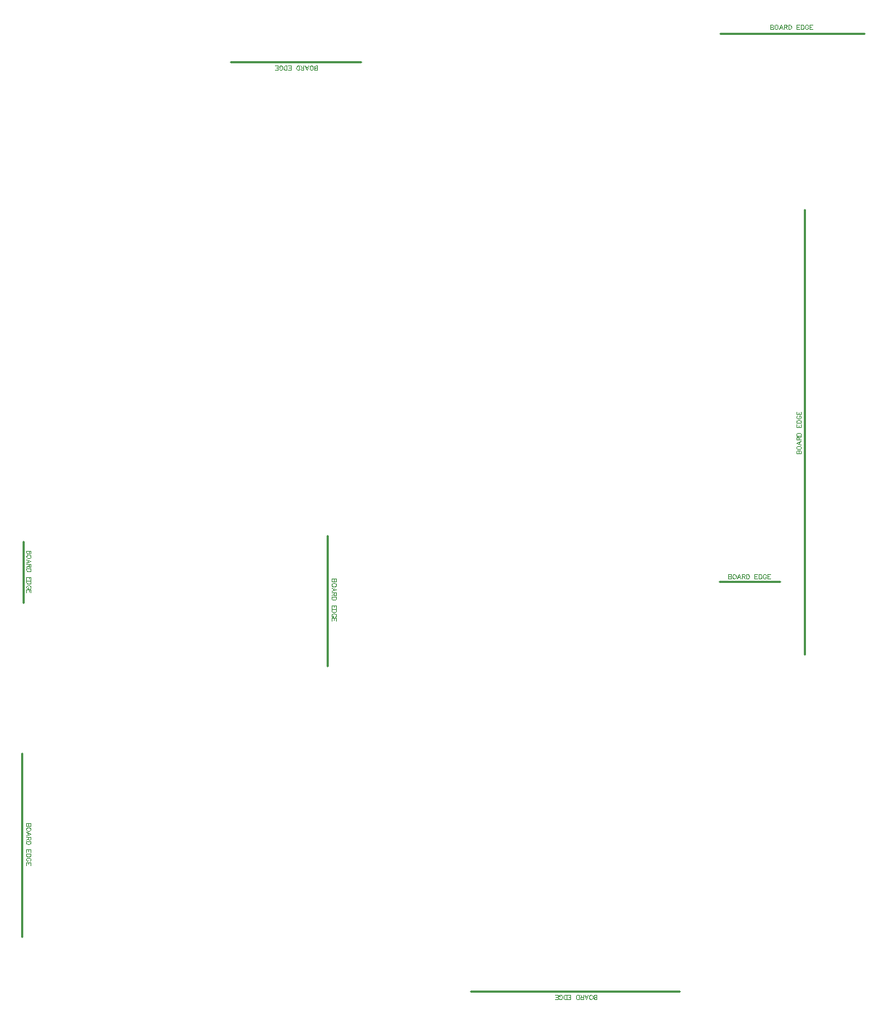
<source format=gbr>
G04 DipTrace 3.0.0.2*
G04 TopAssy.gbr*
%MOMM*%
G04 #@! TF.FileFunction,Drawing,Top*
G04 #@! TF.Part,Single*
%ADD10C,0.25*%
%ADD61C,0.07843*%
%FSLAX35Y35*%
G04*
G71*
G90*
G75*
G01*
G04 TopAssy*
%LPD*%
X10756750Y2793908D2*
D10*
X8324750D1*
X7046373Y13603108D2*
X5526373D1*
X3104615Y5556833D2*
Y3428833D1*
X12214508Y6713467D2*
Y11881467D1*
X6660615Y8094167D2*
Y6574167D1*
X3120506Y8020367D2*
Y7312367D1*
X11228877Y13935558D2*
X12900877D1*
X11218750Y7554973D2*
X11926750D1*
X9793404Y2696630D2*
D61*
Y2747674D1*
X9771504D1*
X9764204Y2745203D1*
X9761790Y2742789D1*
X9759375Y2737959D1*
Y2730659D1*
X9761790Y2725774D1*
X9764204Y2723359D1*
X9771504Y2720945D1*
X9764204Y2718474D1*
X9761790Y2716059D1*
X9759375Y2711230D1*
Y2706345D1*
X9761790Y2701516D1*
X9764204Y2699045D1*
X9771504Y2696630D1*
X9793404D1*
Y2720945D2*
X9771504D1*
X9729089Y2696630D2*
X9733974Y2699045D1*
X9738803Y2703930D1*
X9741274Y2708759D1*
X9743689Y2716059D1*
Y2728245D1*
X9741274Y2735489D1*
X9738803Y2740374D1*
X9733974Y2745203D1*
X9729089Y2747674D1*
X9719374D1*
X9714545Y2745203D1*
X9709660Y2740374D1*
X9707245Y2735489D1*
X9704830Y2728245D1*
Y2716059D1*
X9707245Y2708759D1*
X9709660Y2703930D1*
X9714545Y2699045D1*
X9719374Y2696630D1*
X9729089D1*
X9650230Y2747674D2*
X9669715Y2696630D1*
X9689144Y2747674D1*
X9681844Y2730659D2*
X9657530D1*
X9634543Y2720945D2*
X9612699D1*
X9605399Y2718474D1*
X9602929Y2716059D1*
X9600514Y2711230D1*
Y2706345D1*
X9602929Y2701516D1*
X9605399Y2699045D1*
X9612699Y2696630D1*
X9634543D1*
Y2747674D1*
X9617529Y2720945D2*
X9600514Y2747674D1*
X9584828Y2696630D2*
Y2747674D1*
X9567813D1*
X9560513Y2745203D1*
X9555628Y2740374D1*
X9553213Y2735489D1*
X9550799Y2728245D1*
Y2716059D1*
X9553213Y2708759D1*
X9555628Y2703930D1*
X9560513Y2699045D1*
X9567813Y2696630D1*
X9584828D1*
X9454175D2*
X9485734D1*
Y2747674D1*
X9454175D1*
X9485734Y2720945D2*
X9466304D1*
X9438489Y2696630D2*
Y2747674D1*
X9421474D1*
X9414174Y2745203D1*
X9409289Y2740374D1*
X9406874Y2735489D1*
X9404460Y2728245D1*
Y2716059D1*
X9406874Y2708759D1*
X9409289Y2703930D1*
X9414174Y2699045D1*
X9421474Y2696630D1*
X9438489D1*
X9352330Y2708759D2*
X9354744Y2703930D1*
X9359630Y2699045D1*
X9364459Y2696630D1*
X9374173D1*
X9379059Y2699045D1*
X9383888Y2703930D1*
X9386359Y2708759D1*
X9388773Y2716059D1*
Y2728245D1*
X9386359Y2735489D1*
X9383888Y2740374D1*
X9379059Y2745203D1*
X9374173Y2747674D1*
X9364459D1*
X9359630Y2745203D1*
X9354744Y2740374D1*
X9352330Y2735489D1*
Y2728245D1*
X9364459D1*
X9305085Y2696630D2*
X9336643D1*
Y2747674D1*
X9305085D1*
X9336643Y2720945D2*
X9317214D1*
X6539027Y13505830D2*
Y13556874D1*
X6517128D1*
X6509828Y13554403D1*
X6507413Y13551989D1*
X6504998Y13547159D1*
Y13539859D1*
X6507413Y13534974D1*
X6509828Y13532559D1*
X6517127Y13530145D1*
X6509828Y13527674D1*
X6507413Y13525259D1*
X6504998Y13520430D1*
Y13515545D1*
X6507413Y13510716D1*
X6509827Y13508245D1*
X6517127Y13505830D1*
X6539027D1*
Y13530145D2*
X6517127D1*
X6474712Y13505830D2*
X6479597Y13508245D1*
X6484427Y13513130D1*
X6486897Y13517959D1*
X6489312Y13525259D1*
Y13537445D1*
X6486898Y13544689D1*
X6484427Y13549574D1*
X6479598Y13554403D1*
X6474712Y13556874D1*
X6464998D1*
X6460168Y13554403D1*
X6455283Y13549574D1*
X6452868Y13544689D1*
X6450454Y13537445D1*
Y13525259D1*
X6452868Y13517959D1*
X6455283Y13513130D1*
X6460168Y13508245D1*
X6464997Y13505830D1*
X6474712D1*
X6395853Y13556874D2*
X6415338Y13505830D1*
X6434768Y13556874D1*
X6427467Y13539859D2*
X6403153D1*
X6380167Y13530145D2*
X6358323D1*
X6351023Y13527674D1*
X6348552Y13525259D1*
X6346137Y13520430D1*
Y13515545D1*
X6348552Y13510716D1*
X6351023Y13508245D1*
X6358323Y13505830D1*
X6380167D1*
Y13556874D1*
X6363152Y13530145D2*
X6346137Y13556874D1*
X6330451Y13505830D2*
Y13556874D1*
X6313437D1*
X6306137Y13554403D1*
X6301251Y13549574D1*
X6298837Y13544689D1*
X6296422Y13537445D1*
Y13525259D1*
X6298836Y13517959D1*
X6301251Y13513130D1*
X6306136Y13508245D1*
X6313436Y13505830D1*
X6330451D1*
X6199799D2*
X6231357D1*
Y13556874D1*
X6199799D1*
X6231357Y13530145D2*
X6211928D1*
X6184112Y13505830D2*
Y13556874D1*
X6167098D1*
X6159798Y13554403D1*
X6154912Y13549574D1*
X6152498Y13544689D1*
X6150083Y13537445D1*
Y13525259D1*
X6152498Y13517959D1*
X6154912Y13513130D1*
X6159798Y13508245D1*
X6167098Y13505830D1*
X6184112D1*
X6097953Y13517959D2*
X6100368Y13513130D1*
X6105253Y13508245D1*
X6110082Y13505830D1*
X6119797D1*
X6124682Y13508245D1*
X6129511Y13513130D1*
X6131982Y13517959D1*
X6134397Y13525259D1*
Y13537445D1*
X6131982Y13544689D1*
X6129511Y13549574D1*
X6124682Y13554403D1*
X6119797Y13556874D1*
X6110082D1*
X6105253Y13554403D1*
X6100368Y13549574D1*
X6097953Y13544689D1*
Y13537445D1*
X6110082D1*
X6050708Y13505830D2*
X6082267D1*
Y13556874D1*
X6050708D1*
X6082267Y13530145D2*
X6062837D1*
X3201893Y4745335D2*
X3150849D1*
Y4723436D1*
X3153320Y4716136D1*
X3155735Y4713721D1*
X3160564Y4711306D1*
X3167864D1*
X3172749Y4713721D1*
X3175164Y4716136D1*
X3177579Y4723435D1*
X3180049Y4716136D1*
X3182464Y4713721D1*
X3187293Y4711306D1*
X3192179D1*
X3197008Y4713721D1*
X3199479Y4716135D1*
X3201893Y4723435D1*
Y4745335D1*
X3177579D2*
Y4723435D1*
X3201893Y4681020D2*
X3199479Y4685905D1*
X3194593Y4690735D1*
X3189764Y4693205D1*
X3182464Y4695620D1*
X3170279D1*
X3163035Y4693206D1*
X3158149Y4690735D1*
X3153320Y4685906D1*
X3150849Y4681020D1*
Y4671306D1*
X3153320Y4666476D1*
X3158149Y4661591D1*
X3163035Y4659176D1*
X3170279Y4656762D1*
X3182464D1*
X3189764Y4659176D1*
X3194593Y4661591D1*
X3199479Y4666476D1*
X3201893Y4671305D1*
Y4681020D1*
X3150849Y4602161D2*
X3201893Y4621646D1*
X3150849Y4641076D1*
X3167864Y4633775D2*
Y4609461D1*
X3177579Y4586475D2*
Y4564631D1*
X3180049Y4557331D1*
X3182464Y4554860D1*
X3187293Y4552445D1*
X3192179D1*
X3197008Y4554860D1*
X3199479Y4557331D1*
X3201893Y4564631D1*
Y4586475D1*
X3150849D1*
X3177579Y4569460D2*
X3150849Y4552445D1*
X3201893Y4536759D2*
X3150849D1*
Y4519745D1*
X3153320Y4512445D1*
X3158149Y4507559D1*
X3163035Y4505145D1*
X3170279Y4502730D1*
X3182464D1*
X3189764Y4505144D1*
X3194593Y4507559D1*
X3199479Y4512444D1*
X3201893Y4519744D1*
Y4536759D1*
Y4406107D2*
Y4437665D1*
X3150849D1*
Y4406107D1*
X3177579Y4437665D2*
Y4418236D1*
X3201893Y4390420D2*
X3150849D1*
Y4373406D1*
X3153320Y4366106D1*
X3158149Y4361220D1*
X3163035Y4358806D1*
X3170279Y4356391D1*
X3182464D1*
X3189764Y4358806D1*
X3194593Y4361220D1*
X3199479Y4366106D1*
X3201893Y4373406D1*
Y4390420D1*
X3189764Y4304261D2*
X3194593Y4306676D1*
X3199479Y4311561D1*
X3201893Y4316390D1*
Y4326105D1*
X3199479Y4330990D1*
X3194593Y4335819D1*
X3189764Y4338290D1*
X3182464Y4340705D1*
X3170279D1*
X3163035Y4338290D1*
X3158149Y4335819D1*
X3153320Y4330990D1*
X3150849Y4326105D1*
Y4316390D1*
X3153320Y4311561D1*
X3158149Y4306676D1*
X3163035Y4304261D1*
X3170279D1*
Y4316390D1*
X3201893Y4257016D2*
Y4288575D1*
X3150849D1*
Y4257016D1*
X3177579Y4288575D2*
Y4269145D1*
X12117230Y9045056D2*
X12168274D1*
Y9066956D1*
X12165803Y9074256D1*
X12163389Y9076670D1*
X12158559Y9079085D1*
X12151259D1*
X12146374Y9076670D1*
X12143959Y9074256D1*
X12141545Y9066956D1*
X12139074Y9074256D1*
X12136659Y9076670D1*
X12131830Y9079085D1*
X12126945D1*
X12122116Y9076670D1*
X12119645Y9074256D1*
X12117230Y9066956D1*
Y9045056D1*
X12141545D2*
Y9066956D1*
X12117230Y9109371D2*
X12119645Y9104486D1*
X12124530Y9099657D1*
X12129359Y9097186D1*
X12136659Y9094771D1*
X12148845D1*
X12156089Y9097186D1*
X12160974Y9099656D1*
X12165803Y9104486D1*
X12168274Y9109371D1*
Y9119086D1*
X12165803Y9123915D1*
X12160974Y9128800D1*
X12156089Y9131215D1*
X12148845Y9133629D1*
X12136659D1*
X12129359Y9131215D1*
X12124530Y9128800D1*
X12119645Y9123915D1*
X12117230Y9119086D1*
Y9109371D1*
X12168274Y9188230D2*
X12117230Y9168745D1*
X12168274Y9149316D1*
X12151259Y9156616D2*
Y9180930D1*
X12141545Y9203917D2*
Y9225760D1*
X12139074Y9233060D1*
X12136659Y9235531D1*
X12131830Y9237946D1*
X12126945D1*
X12122116Y9235531D1*
X12119645Y9233060D1*
X12117230Y9225760D1*
Y9203917D1*
X12168274D1*
X12141545Y9220931D2*
X12168274Y9237946D1*
X12117230Y9253632D2*
X12168274D1*
Y9270647D1*
X12165803Y9277947D1*
X12160974Y9282832D1*
X12156089Y9285247D1*
X12148845Y9287661D1*
X12136659D1*
X12129359Y9285247D1*
X12124530Y9282832D1*
X12119645Y9277947D1*
X12117230Y9270647D1*
Y9253632D1*
Y9384285D2*
Y9352726D1*
X12168274D1*
Y9384285D1*
X12141545Y9352726D2*
Y9372155D1*
X12117230Y9399971D2*
X12168274D1*
Y9416986D1*
X12165803Y9424286D1*
X12160974Y9429171D1*
X12156089Y9431586D1*
X12148845Y9434000D1*
X12136659D1*
X12129359Y9431586D1*
X12124530Y9429171D1*
X12119645Y9424286D1*
X12117230Y9416986D1*
Y9399971D1*
X12129359Y9486130D2*
X12124530Y9483716D1*
X12119645Y9478830D1*
X12117230Y9474001D1*
Y9464286D1*
X12119645Y9459401D1*
X12124530Y9454572D1*
X12129359Y9452101D1*
X12136659Y9449686D1*
X12148845D1*
X12156089Y9452101D1*
X12160974Y9454572D1*
X12165803Y9459401D1*
X12168274Y9464286D1*
Y9474001D1*
X12165803Y9478830D1*
X12160974Y9483716D1*
X12156089Y9486130D1*
X12148845D1*
Y9474001D1*
X12117230Y9533375D2*
Y9501817D1*
X12168274D1*
Y9533375D1*
X12141545Y9501817D2*
Y9521246D1*
X6757893Y7586821D2*
X6706849D1*
Y7564921D1*
X6709320Y7557621D1*
X6711735Y7555206D1*
X6716564Y7552792D1*
X6723864D1*
X6728749Y7555206D1*
X6731164Y7557621D1*
X6733579Y7564921D1*
X6736049Y7557621D1*
X6738464Y7555206D1*
X6743293Y7552792D1*
X6748179D1*
X6753008Y7555206D1*
X6755479Y7557621D1*
X6757893Y7564921D1*
Y7586821D1*
X6733579D2*
Y7564921D1*
X6757893Y7522505D2*
X6755479Y7527391D1*
X6750593Y7532220D1*
X6745764Y7534691D1*
X6738464Y7537105D1*
X6726279D1*
X6719035Y7534691D1*
X6714149Y7532220D1*
X6709320Y7527391D1*
X6706849Y7522506D1*
Y7512791D1*
X6709320Y7507962D1*
X6714149Y7503076D1*
X6719035Y7500662D1*
X6726279Y7498247D1*
X6738464D1*
X6745764Y7500662D1*
X6750593Y7503076D1*
X6755479Y7507962D1*
X6757893Y7512791D1*
Y7522505D1*
X6706849Y7443646D2*
X6757893Y7463132D1*
X6706849Y7482561D1*
X6723864Y7475261D2*
Y7450946D1*
X6733579Y7427960D2*
Y7406116D1*
X6736049Y7398816D1*
X6738464Y7396345D1*
X6743293Y7393931D1*
X6748179D1*
X6753008Y7396345D1*
X6755479Y7398816D1*
X6757893Y7406116D1*
Y7427960D1*
X6706849D1*
X6733579Y7410945D2*
X6706849Y7393931D1*
X6757893Y7378244D2*
X6706849D1*
Y7361230D1*
X6709320Y7353930D1*
X6714149Y7349044D1*
X6719035Y7346630D1*
X6726279Y7344215D1*
X6738464D1*
X6745764Y7346630D1*
X6750593Y7349044D1*
X6755479Y7353930D1*
X6757893Y7361230D1*
Y7378244D1*
Y7247592D2*
Y7279150D1*
X6706849D1*
Y7247592D1*
X6733579Y7279150D2*
Y7259721D1*
X6757893Y7231906D2*
X6706849D1*
Y7214891D1*
X6709320Y7207591D1*
X6714149Y7202706D1*
X6719035Y7200291D1*
X6726279Y7197876D1*
X6738464D1*
X6745764Y7200291D1*
X6750593Y7202706D1*
X6755479Y7207591D1*
X6757893Y7214891D1*
Y7231906D1*
X6745764Y7145746D2*
X6750593Y7148161D1*
X6755479Y7153046D1*
X6757893Y7157876D1*
Y7167590D1*
X6755479Y7172476D1*
X6750593Y7177305D1*
X6745764Y7179776D1*
X6738464Y7182190D1*
X6726279D1*
X6719035Y7179776D1*
X6714149Y7177305D1*
X6709320Y7172476D1*
X6706849Y7167590D1*
Y7157876D1*
X6709320Y7153046D1*
X6714149Y7148161D1*
X6719035Y7145746D1*
X6726279D1*
Y7157876D1*
X6757893Y7098502D2*
Y7130060D1*
X6706849D1*
Y7098502D1*
X6733579Y7130060D2*
Y7110631D1*
X3205270Y7916475D2*
X3154226D1*
Y7894575D1*
X3156697Y7887275D1*
X3159111Y7884861D1*
X3163941Y7882446D1*
X3171241D1*
X3176126Y7884861D1*
X3178541Y7887275D1*
X3180955Y7894575D1*
X3183426Y7887275D1*
X3185841Y7884861D1*
X3190670Y7882446D1*
X3195555D1*
X3200384Y7884861D1*
X3202855Y7887275D1*
X3205270Y7894575D1*
Y7916475D1*
X3180955D2*
Y7894575D1*
X3205270Y7852160D2*
X3202855Y7857045D1*
X3197970Y7861874D1*
X3193141Y7864345D1*
X3185841Y7866760D1*
X3173655D1*
X3166411Y7864345D1*
X3161526Y7861875D1*
X3156697Y7857045D1*
X3154226Y7852160D1*
Y7842445D1*
X3156697Y7837616D1*
X3161526Y7832731D1*
X3166411Y7830316D1*
X3173655Y7827901D1*
X3185841D1*
X3193141Y7830316D1*
X3197970Y7832731D1*
X3202855Y7837616D1*
X3205270Y7842445D1*
Y7852160D1*
X3154226Y7773301D2*
X3205270Y7792786D1*
X3154226Y7812215D1*
X3171241Y7804915D2*
Y7780601D1*
X3180955Y7757614D2*
Y7735771D1*
X3183426Y7728470D1*
X3185841Y7726000D1*
X3190670Y7723585D1*
X3195555D1*
X3200384Y7726000D1*
X3202855Y7728470D1*
X3205270Y7735770D1*
Y7757614D1*
X3154226D1*
X3180955Y7740600D2*
X3154226Y7723585D1*
X3205270Y7707899D2*
X3154226D1*
Y7690884D1*
X3156697Y7683584D1*
X3161526Y7678699D1*
X3166411Y7676284D1*
X3173655Y7673870D1*
X3185841D1*
X3193141Y7676284D1*
X3197970Y7678699D1*
X3202855Y7683584D1*
X3205270Y7690884D1*
Y7707899D1*
Y7577246D2*
Y7608805D1*
X3154226D1*
Y7577246D1*
X3180955Y7608805D2*
Y7589376D1*
X3205270Y7561560D2*
X3154226D1*
Y7544545D1*
X3156697Y7537245D1*
X3161526Y7532360D1*
X3166411Y7529945D1*
X3173655Y7527531D1*
X3185841D1*
X3193141Y7529945D1*
X3197970Y7532360D1*
X3202855Y7537245D1*
X3205270Y7544545D1*
Y7561560D1*
X3193141Y7475401D2*
X3197970Y7477815D1*
X3202855Y7482701D1*
X3205270Y7487530D1*
Y7497245D1*
X3202855Y7502130D1*
X3197970Y7506959D1*
X3193141Y7509430D1*
X3185841Y7511845D1*
X3173655D1*
X3166411Y7509430D1*
X3161526Y7506959D1*
X3156697Y7502130D1*
X3154226Y7497245D1*
Y7487530D1*
X3156697Y7482701D1*
X3161526Y7477815D1*
X3166411Y7475401D1*
X3173655D1*
Y7487530D1*
X3205270Y7428156D2*
Y7459714D1*
X3154226D1*
Y7428156D1*
X3180955Y7459714D2*
Y7440285D1*
X11812313Y14032837D2*
Y13981793D1*
X11834213D1*
X11841513Y13984264D1*
X11843928Y13986678D1*
X11846343Y13991507D1*
Y13998807D1*
X11843928Y14003693D1*
X11841513Y14006107D1*
X11834213Y14008522D1*
X11841513Y14010993D1*
X11843928Y14013407D1*
X11846343Y14018237D1*
Y14023122D1*
X11843928Y14027951D1*
X11841513Y14030422D1*
X11834213Y14032837D1*
X11812313D1*
Y14008522D2*
X11834213D1*
X11876629Y14032837D2*
X11871744Y14030422D1*
X11866914Y14025537D1*
X11864444Y14020707D1*
X11862029Y14013407D1*
Y14001222D1*
X11864444Y13993978D1*
X11866914Y13989093D1*
X11871744Y13984264D1*
X11876629Y13981793D1*
X11886344D1*
X11891173Y13984264D1*
X11896058Y13989093D1*
X11898473Y13993978D1*
X11900887Y14001222D1*
Y14013407D1*
X11898473Y14020707D1*
X11896058Y14025537D1*
X11891173Y14030422D1*
X11886344Y14032837D1*
X11876629D1*
X11955488Y13981793D2*
X11936003Y14032837D1*
X11916574Y13981793D1*
X11923874Y13998807D2*
X11948188D1*
X11971175Y14008522D2*
X11993018D1*
X12000318Y14010993D1*
X12002789Y14013407D1*
X12005204Y14018237D1*
Y14023122D1*
X12002789Y14027951D1*
X12000318Y14030422D1*
X11993018Y14032837D1*
X11971175D1*
Y13981793D1*
X11988189Y14008522D2*
X12005204Y13981793D1*
X12020890Y14032837D2*
Y13981793D1*
X12037905D1*
X12045205Y13984264D1*
X12050090Y13989093D1*
X12052505Y13993978D1*
X12054919Y14001222D1*
Y14013407D1*
X12052505Y14020707D1*
X12050090Y14025537D1*
X12045205Y14030422D1*
X12037905Y14032837D1*
X12020890D1*
X12151543D2*
X12119984D1*
Y13981793D1*
X12151543D1*
X12119984Y14008522D2*
X12139413D1*
X12167229Y14032837D2*
Y13981793D1*
X12184244D1*
X12191544Y13984264D1*
X12196429Y13989093D1*
X12198844Y13993978D1*
X12201258Y14001222D1*
Y14013407D1*
X12198844Y14020707D1*
X12196429Y14025537D1*
X12191544Y14030422D1*
X12184244Y14032837D1*
X12167229D1*
X12253388Y14020707D2*
X12250974Y14025537D1*
X12246088Y14030422D1*
X12241259Y14032837D1*
X12231544D1*
X12226659Y14030422D1*
X12221830Y14025537D1*
X12219359Y14020707D1*
X12216944Y14013407D1*
Y14001222D1*
X12219359Y13993978D1*
X12221830Y13989093D1*
X12226659Y13984264D1*
X12231544Y13981793D1*
X12241259D1*
X12246088Y13984264D1*
X12250974Y13989093D1*
X12253388Y13993978D1*
Y14001222D1*
X12241259D1*
X12300633Y14032837D2*
X12269075D1*
Y13981793D1*
X12300633D1*
X12269075Y14008522D2*
X12288504D1*
X11322641Y7639737D2*
Y7588693D1*
X11344541D1*
X11351841Y7591164D1*
X11354256Y7593578D1*
X11356670Y7598407D1*
Y7605707D1*
X11354256Y7610593D1*
X11351841Y7613007D1*
X11344541Y7615422D1*
X11351841Y7617893D1*
X11354256Y7620307D1*
X11356670Y7625137D1*
Y7630022D1*
X11354256Y7634851D1*
X11351841Y7637322D1*
X11344541Y7639737D1*
X11322641D1*
Y7615422D2*
X11344541D1*
X11386957Y7639737D2*
X11382071Y7637322D1*
X11377242Y7632437D1*
X11374771Y7627607D1*
X11372357Y7620307D1*
Y7608122D1*
X11374771Y7600878D1*
X11377242Y7595993D1*
X11382071Y7591164D1*
X11386957Y7588693D1*
X11396671D1*
X11401501Y7591164D1*
X11406386Y7595993D1*
X11408801Y7600878D1*
X11411215Y7608122D1*
Y7620307D1*
X11408801Y7627607D1*
X11406386Y7632437D1*
X11401501Y7637322D1*
X11396671Y7639737D1*
X11386957D1*
X11465816Y7588693D2*
X11446331Y7639737D1*
X11426901Y7588693D1*
X11434201Y7605707D2*
X11458516D1*
X11481502Y7615422D2*
X11503346D1*
X11510646Y7617893D1*
X11513117Y7620307D1*
X11515532Y7625137D1*
Y7630022D1*
X11513117Y7634851D1*
X11510646Y7637322D1*
X11503346Y7639737D1*
X11481502D1*
Y7588693D1*
X11498517Y7615422D2*
X11515532Y7588693D1*
X11531218Y7639737D2*
Y7588693D1*
X11548232D1*
X11555532Y7591164D1*
X11560418Y7595993D1*
X11562832Y7600878D1*
X11565247Y7608122D1*
Y7620307D1*
X11562832Y7627607D1*
X11560418Y7632437D1*
X11555532Y7637322D1*
X11548232Y7639737D1*
X11531218D1*
X11661870D2*
X11630312D1*
Y7588693D1*
X11661870D1*
X11630312Y7615422D2*
X11649741D1*
X11677557Y7639737D2*
Y7588693D1*
X11694571D1*
X11701871Y7591164D1*
X11706757Y7595993D1*
X11709171Y7600878D1*
X11711586Y7608122D1*
Y7620307D1*
X11709171Y7627607D1*
X11706757Y7632437D1*
X11701871Y7637322D1*
X11694571Y7639737D1*
X11677557D1*
X11763716Y7627607D2*
X11761301Y7632437D1*
X11756416Y7637322D1*
X11751587Y7639737D1*
X11741872D1*
X11736987Y7637322D1*
X11732158Y7632437D1*
X11729687Y7627607D1*
X11727272Y7620307D1*
Y7608122D1*
X11729687Y7600878D1*
X11732158Y7595993D1*
X11736987Y7591164D1*
X11741872Y7588693D1*
X11751587D1*
X11756416Y7591164D1*
X11761301Y7595993D1*
X11763716Y7600878D1*
Y7608122D1*
X11751587D1*
X11810961Y7639737D2*
X11779402D1*
Y7588693D1*
X11810961D1*
X11779402Y7615422D2*
X11798831D1*
M02*

</source>
